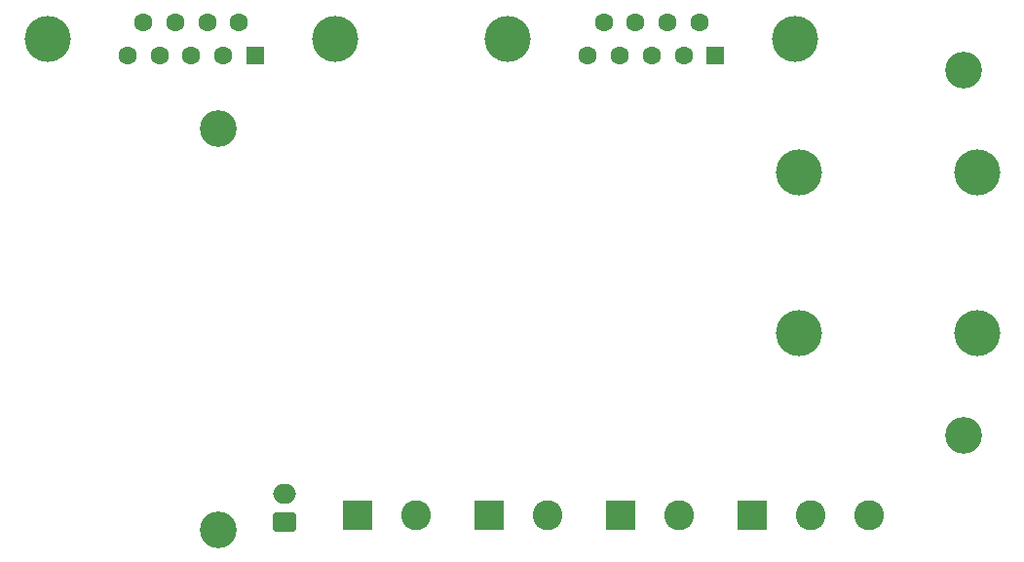
<source format=gbs>
G04 #@! TF.GenerationSoftware,KiCad,Pcbnew,7.0.6*
G04 #@! TF.CreationDate,2023-08-07T22:51:51+02:00*
G04 #@! TF.ProjectId,Box,426f782e-6b69-4636-9164-5f7063625858,rev?*
G04 #@! TF.SameCoordinates,Original*
G04 #@! TF.FileFunction,Soldermask,Bot*
G04 #@! TF.FilePolarity,Negative*
%FSLAX46Y46*%
G04 Gerber Fmt 4.6, Leading zero omitted, Abs format (unit mm)*
G04 Created by KiCad (PCBNEW 7.0.6) date 2023-08-07 22:51:51*
%MOMM*%
%LPD*%
G01*
G04 APERTURE LIST*
G04 Aperture macros list*
%AMRoundRect*
0 Rectangle with rounded corners*
0 $1 Rounding radius*
0 $2 $3 $4 $5 $6 $7 $8 $9 X,Y pos of 4 corners*
0 Add a 4 corners polygon primitive as box body*
4,1,4,$2,$3,$4,$5,$6,$7,$8,$9,$2,$3,0*
0 Add four circle primitives for the rounded corners*
1,1,$1+$1,$2,$3*
1,1,$1+$1,$4,$5*
1,1,$1+$1,$6,$7*
1,1,$1+$1,$8,$9*
0 Add four rect primitives between the rounded corners*
20,1,$1+$1,$2,$3,$4,$5,0*
20,1,$1+$1,$4,$5,$6,$7,0*
20,1,$1+$1,$6,$7,$8,$9,0*
20,1,$1+$1,$8,$9,$2,$3,0*%
G04 Aperture macros list end*
%ADD10C,4.000000*%
%ADD11C,3.200000*%
%ADD12R,2.600000X2.600000*%
%ADD13C,2.600000*%
%ADD14R,1.600000X1.600000*%
%ADD15C,1.600000*%
%ADD16RoundRect,0.250000X0.750000X-0.600000X0.750000X0.600000X-0.750000X0.600000X-0.750000X-0.600000X0*%
%ADD17O,2.000000X1.700000*%
G04 APERTURE END LIST*
D10*
X189484000Y-85090000D03*
X204984000Y-85090000D03*
D11*
X203835000Y-62230000D03*
X203835000Y-93980000D03*
X139065000Y-102235000D03*
X139065000Y-67310000D03*
D10*
X189484000Y-71120000D03*
X204984000Y-71120000D03*
D12*
X151130000Y-100965000D03*
D13*
X156210000Y-100965000D03*
D10*
X149200000Y-59540000D03*
X124200000Y-59540000D03*
D14*
X142240000Y-60960000D03*
D15*
X139470000Y-60960000D03*
X136700000Y-60960000D03*
X133930000Y-60960000D03*
X131160000Y-60960000D03*
X140855000Y-58120000D03*
X138085000Y-58120000D03*
X135315000Y-58120000D03*
X132545000Y-58120000D03*
D12*
X173990000Y-100965000D03*
D13*
X179070000Y-100965000D03*
D12*
X185420000Y-100965000D03*
D13*
X190500000Y-100965000D03*
X195580000Y-100965000D03*
D10*
X189205000Y-59540000D03*
X164205000Y-59540000D03*
D14*
X182245000Y-60960000D03*
D15*
X179475000Y-60960000D03*
X176705000Y-60960000D03*
X173935000Y-60960000D03*
X171165000Y-60960000D03*
X180860000Y-58120000D03*
X178090000Y-58120000D03*
X175320000Y-58120000D03*
X172550000Y-58120000D03*
D16*
X144780000Y-101560000D03*
D17*
X144780000Y-99060000D03*
D12*
X162560000Y-100965000D03*
D13*
X167640000Y-100965000D03*
M02*

</source>
